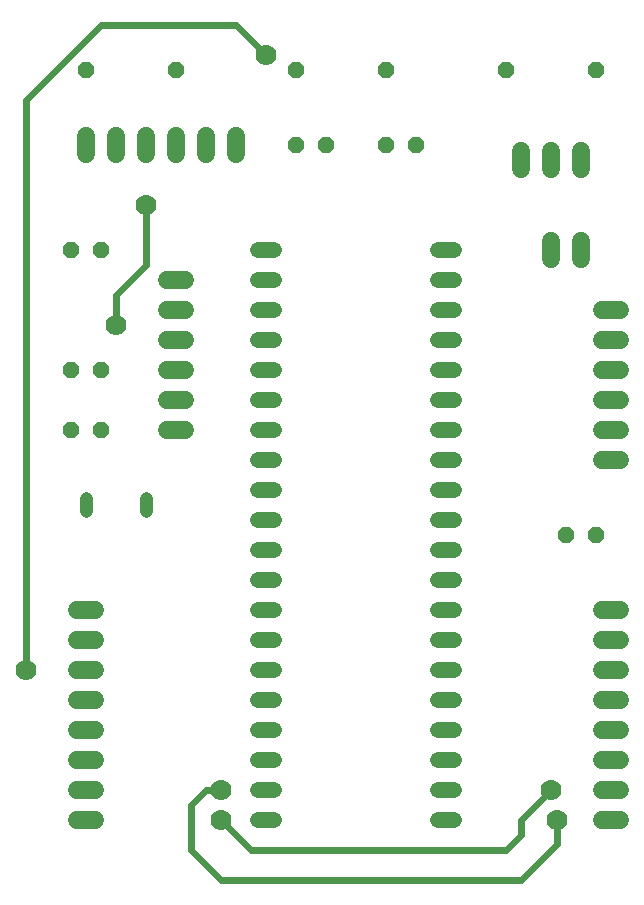
<source format=gbr>
G04 EAGLE Gerber RS-274X export*
G75*
%MOMM*%
%FSLAX34Y34*%
%LPD*%
%INTop Copper*%
%IPPOS*%
%AMOC8*
5,1,8,0,0,1.08239X$1,22.5*%
G01*
%ADD10P,1.429621X8X22.500000*%
%ADD11C,1.524000*%
%ADD12C,1.320800*%
%ADD13P,1.429621X8X202.500000*%
%ADD14C,1.117600*%
%ADD15C,1.778000*%
%ADD16C,0.609600*%


D10*
X88900Y495300D03*
X114300Y495300D03*
X88900Y444500D03*
X114300Y444500D03*
X355600Y685800D03*
X381000Y685800D03*
X279400Y685800D03*
X304800Y685800D03*
D11*
X469900Y680720D02*
X469900Y665480D01*
X495300Y665480D02*
X495300Y680720D01*
X520700Y680720D02*
X520700Y665480D01*
D12*
X260604Y596900D02*
X247396Y596900D01*
X247396Y571500D02*
X260604Y571500D01*
X260604Y546100D02*
X247396Y546100D01*
X247396Y520700D02*
X260604Y520700D01*
X260604Y495300D02*
X247396Y495300D01*
X247396Y469900D02*
X260604Y469900D01*
X260604Y444500D02*
X247396Y444500D01*
X247396Y419100D02*
X260604Y419100D01*
X260604Y393700D02*
X247396Y393700D01*
X247396Y368300D02*
X260604Y368300D01*
X260604Y342900D02*
X247396Y342900D01*
X247396Y317500D02*
X260604Y317500D01*
X260604Y292100D02*
X247396Y292100D01*
X247396Y266700D02*
X260604Y266700D01*
X260604Y241300D02*
X247396Y241300D01*
X247396Y215900D02*
X260604Y215900D01*
X260604Y190500D02*
X247396Y190500D01*
X247396Y165100D02*
X260604Y165100D01*
X260604Y139700D02*
X247396Y139700D01*
X247396Y114300D02*
X260604Y114300D01*
X399796Y114300D02*
X413004Y114300D01*
X413004Y139700D02*
X399796Y139700D01*
X399796Y165100D02*
X413004Y165100D01*
X413004Y190500D02*
X399796Y190500D01*
X399796Y215900D02*
X413004Y215900D01*
X413004Y241300D02*
X399796Y241300D01*
X399796Y266700D02*
X413004Y266700D01*
X413004Y292100D02*
X399796Y292100D01*
X399796Y317500D02*
X413004Y317500D01*
X413004Y342900D02*
X399796Y342900D01*
X399796Y368300D02*
X413004Y368300D01*
X413004Y393700D02*
X399796Y393700D01*
X399796Y419100D02*
X413004Y419100D01*
X413004Y444500D02*
X399796Y444500D01*
X399796Y469900D02*
X413004Y469900D01*
X413004Y495300D02*
X399796Y495300D01*
X399796Y520700D02*
X413004Y520700D01*
X413004Y546100D02*
X399796Y546100D01*
X399796Y571500D02*
X413004Y571500D01*
X413004Y596900D02*
X399796Y596900D01*
D11*
X538480Y419100D02*
X553720Y419100D01*
X553720Y444500D02*
X538480Y444500D01*
X538480Y469900D02*
X553720Y469900D01*
X553720Y495300D02*
X538480Y495300D01*
X538480Y520700D02*
X553720Y520700D01*
X553720Y546100D02*
X538480Y546100D01*
X538480Y114300D02*
X553720Y114300D01*
X553720Y139700D02*
X538480Y139700D01*
X538480Y165100D02*
X553720Y165100D01*
X553720Y190500D02*
X538480Y190500D01*
X538480Y215900D02*
X553720Y215900D01*
X553720Y241300D02*
X538480Y241300D01*
X538480Y266700D02*
X553720Y266700D01*
X553720Y292100D02*
X538480Y292100D01*
X109220Y292100D02*
X93980Y292100D01*
X93980Y266700D02*
X109220Y266700D01*
X109220Y241300D02*
X93980Y241300D01*
X93980Y215900D02*
X109220Y215900D01*
X109220Y190500D02*
X93980Y190500D01*
X93980Y165100D02*
X109220Y165100D01*
X109220Y139700D02*
X93980Y139700D01*
X93980Y114300D02*
X109220Y114300D01*
X101600Y678180D02*
X101600Y693420D01*
X127000Y693420D02*
X127000Y678180D01*
X152400Y678180D02*
X152400Y693420D01*
X177800Y693420D02*
X177800Y678180D01*
X203200Y678180D02*
X203200Y693420D01*
X228600Y693420D02*
X228600Y678180D01*
X495300Y604520D02*
X495300Y589280D01*
X520700Y589280D02*
X520700Y604520D01*
X185420Y571500D02*
X170180Y571500D01*
X170180Y546100D02*
X185420Y546100D01*
X185420Y520700D02*
X170180Y520700D01*
X170180Y495300D02*
X185420Y495300D01*
X185420Y469900D02*
X170180Y469900D01*
X170180Y444500D02*
X185420Y444500D01*
D13*
X114300Y596900D03*
X88900Y596900D03*
X533400Y355600D03*
X508000Y355600D03*
D14*
X101600Y375412D02*
X101600Y386588D01*
X152400Y386588D02*
X152400Y375412D01*
D13*
X177800Y749300D03*
X101600Y749300D03*
X355600Y749300D03*
X279400Y749300D03*
X533400Y749300D03*
X457200Y749300D03*
D15*
X215900Y139700D03*
D16*
X203200Y139700D01*
X190500Y127000D01*
X190500Y88900D01*
X215900Y63500D01*
X469900Y63500D01*
X500634Y94234D01*
X500634Y114300D01*
D15*
X500634Y114300D03*
X215900Y114300D03*
D16*
X241300Y88900D01*
X457200Y88900D01*
X469900Y101600D01*
X469900Y114196D01*
X495352Y139648D01*
D15*
X495352Y139648D03*
X50800Y241300D03*
D16*
X50800Y723900D01*
X114300Y787400D01*
X228704Y787400D02*
X254052Y762052D01*
D15*
X254052Y762052D03*
D16*
X228704Y787400D02*
X114300Y787400D01*
D15*
X127000Y533400D03*
D16*
X127000Y558800D01*
X152452Y584252D02*
X152452Y635052D01*
D15*
X152452Y635052D03*
D16*
X152452Y584252D02*
X127000Y558800D01*
M02*

</source>
